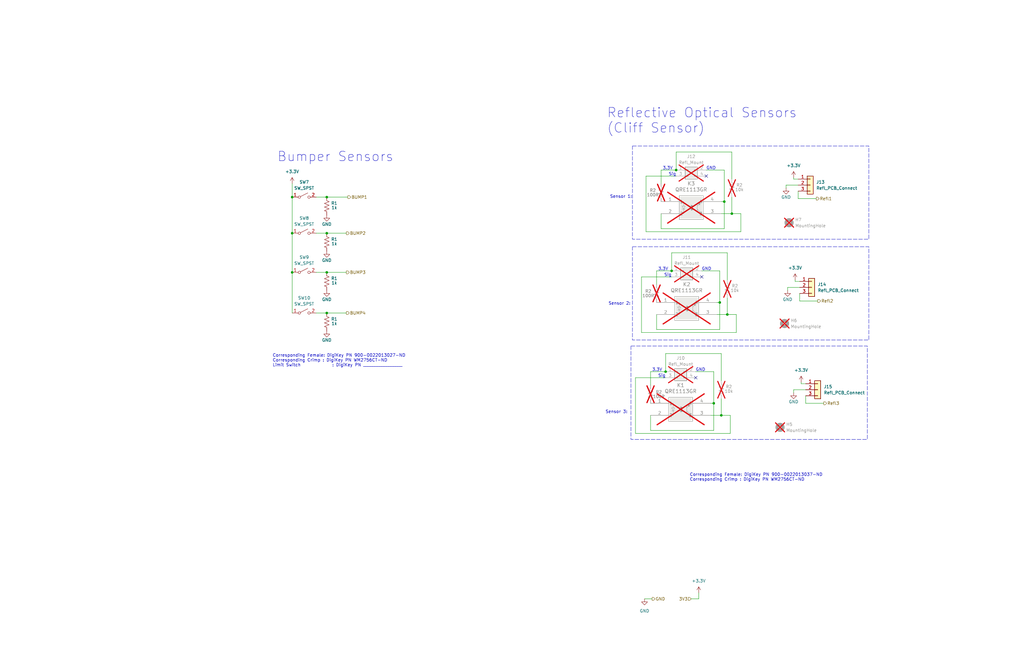
<source format=kicad_sch>
(kicad_sch (version 20230121) (generator eeschema)
  (paper "B")
  (title_block (title "MCU Controller") (rev "0.2") (company "satomm@stanford.edu") (comment 1 "Department of Civil and Environmental Engineering") (comment 2 "Engineering Informatics Group") (comment 3 "Stanford University") (comment 4 "Matthew Sato"))
  (lib_symbols
    (symbol "Connector_Generic:Conn_01x03" (pin_names (offset 1.016) hide)
      (property "Reference" "J" (at 0 5.08 0))
      (property "Value" "Conn_01x03" (at 0 -5.08 0))
      (symbol "Conn_01x03_1_1"
        (rectangle (start -1.27 -2.413) (end 0 -2.667) (stroke (width 0.1524)))
        (rectangle (start -1.27 0.127) (end 0 -0.127) (stroke (width 0.1524)))
        (rectangle (start -1.27 2.667) (end 0 2.413) (stroke (width 0.1524)))
        (rectangle (start -1.27 3.81) (end 1.27 -3.81) (stroke (width 0.254)) (fill (type background)))
        (pin passive line (at -5.08 2.54 0) (length 3.81) (name "Pin_1") (number "1"))
        (pin passive line (at -5.08 0 0) (length 3.81) (name "Pin_2") (number "2"))
        (pin passive line (at -5.08 -2.54 0) (length 3.81) (name "Pin_3") (number "3"))
      )
    )
    (symbol "Connector_Generic:Conn_02x02_Odd_Even" (pin_names (offset 1.016) hide)
      (property "Reference" "J" (at 1.27 2.54 0))
      (property "Value" "Conn_02x02_Odd_Even" (at 1.27 -5.08 0))
      (symbol "Conn_02x02_Odd_Even_1_1"
        (rectangle (start -1.27 -2.413) (end 0 -2.667) (stroke (width 0.1524)))
        (rectangle (start -1.27 0.127) (end 0 -0.127) (stroke (width 0.1524)))
        (rectangle (start -1.27 1.27) (end 3.81 -3.81) (stroke (width 0.254)) (fill (type background)))
        (rectangle (start 3.81 -2.413) (end 2.54 -2.667) (stroke (width 0.1524)))
        (rectangle (start 3.81 0.127) (end 2.54 -0.127) (stroke (width 0.1524)))
        (pin passive line (at -5.08 0 0) (length 3.81) (name "Pin_1") (number "1"))
        (pin passive line (at 7.62 0 180) (length 3.81) (name "Pin_2") (number "2"))
        (pin passive line (at -5.08 -2.54 0) (length 3.81) (name "Pin_3") (number "3"))
        (pin passive line (at 7.62 -2.54 180) (length 3.81) (name "Pin_4") (number "4"))
      )
    )
    (symbol "Device:R_US" (pin_numbers hide) (pin_names (offset 0))
      (property "Reference" "R" (at 2.54 0 90))
      (property "Value" "R_US" (at -2.54 0 90))
      (symbol "R_US_0_1"
        (polyline (pts (xy 0 -2.286) (xy 0 -2.54)))
        (polyline (pts (xy 0 2.286) (xy 0 2.54)))
        (polyline (pts (xy 0 -0.762) (xy 1.016 -1.143) (xy 0 -1.524) (xy -1.016 -1.905) (xy 0 -2.286)))
        (polyline (pts (xy 0 0.762) (xy 1.016 0.381) (xy 0 0) (xy -1.016 -0.381) (xy 0 -0.762)))
        (polyline (pts (xy 0 2.286) (xy 1.016 1.905) (xy 0 1.524) (xy -1.016 1.143) (xy 0 0.762)))
      )
      (symbol "R_US_1_1"
        (pin passive line (at 0 3.81 270) (length 1.27) (name "~") (number "1"))
        (pin passive line (at 0 -3.81 90) (length 1.27) (name "~") (number "2"))
      )
    )
    (symbol "Mechanical:MountingHole" (pin_names (offset 1.016))
      (property "Reference" "H" (at 0 5.08 0))
      (property "Value" "MountingHole" (at 0 3.175 0))
      (symbol "MountingHole_0_1"
        (circle (center 0 0) (radius 1.27) (stroke (width 1.27)))
      )
    )
    (symbol "RobotLibary:QRE1113GR" (pin_names (offset 0.254))
      (property "Reference" "K" (at 12.7 12.7 0))
      (property "Value" "QRE1113GR" (at 15.24 12.7 0))
      (symbol "QRE1113GR_0_1"
        (polyline (pts (xy 7.62 -5.08) (xy 9.525 -5.08)) (stroke (width 0.127)))
        (polyline (pts (xy 7.62 0) (xy 9.525 0)) (stroke (width 0.127)))
        (polyline (pts (xy 8.89 -1.905) (xy 9.525 -3.175)) (stroke (width 0.127)))
        (polyline (pts (xy 9.525 -3.175) (xy 9.525 -5.08)) (stroke (width 0.127)))
        (polyline (pts (xy 9.525 -3.175) (xy 10.16 -1.905)) (stroke (width 0.127)))
        (polyline (pts (xy 9.525 -1.905) (xy 9.525 0)) (stroke (width 0.127)))
        (polyline (pts (xy 10.16 -3.175) (xy 8.89 -3.175)) (stroke (width 0.127)))
        (polyline (pts (xy 10.16 -1.905) (xy 8.89 -1.905)) (stroke (width 0.127)))
        (polyline (pts (xy 11.43 -3.175) (xy 12.7 -3.175)) (stroke (width 0.127)))
        (polyline (pts (xy 11.43 -1.905) (xy 12.7 -1.905)) (stroke (width 0.127)))
        (polyline (pts (xy 15.24 -1.905) (xy 16.1925 -0.9525)) (stroke (width 0.127)))
        (polyline (pts (xy 15.24 -0.635) (xy 15.24 -4.445)) (stroke (width 0.127)))
        (polyline (pts (xy 16.51 -5.08) (xy 17.78 -5.08)) (stroke (width 0.127)))
        (polyline (pts (xy 16.51 -4.445) (xy 15.24 -3.175)) (stroke (width 0.127)))
        (polyline (pts (xy 16.51 -4.445) (xy 16.51 -5.08)) (stroke (width 0.127)))
        (polyline (pts (xy 16.51 0) (xy 16.51 -0.635)) (stroke (width 0.127)))
        (polyline (pts (xy 16.51 0) (xy 17.78 0)) (stroke (width 0.127)))
        (polyline (pts (xy 13.97 -3.175) (xy 12.7 -3.683) (xy 12.7 -2.667)) (fill (type outline)))
        (polyline (pts (xy 13.97 -1.905) (xy 12.7 -2.413) (xy 12.7 -1.397)) (fill (type outline)))
        (polyline (pts (xy 16.51 -0.635) (xy 15.748 -0.889) (xy 16.256 -1.397) (xy 16.51 -0.635)) (fill (type outline)))
      )
      (symbol "QRE1113GR_1_1"
        (rectangle (start 7.62 2.54) (end 17.78 -7.62) (fill (type background)))
        (pin passive line (at 0 0 0) (length 7.62) (name "1") (number "1"))
        (pin passive line (at 0 -5.08 0) (length 7.62) (name "2") (number "2"))
        (pin passive line (at 25.4 -5.08 180) (length 7.62) (name "3") (number "3"))
        (pin passive line (at 25.4 0 180) (length 7.62) (name "4") (number "4"))
      )
    )
    (symbol "Switch:SW_SPST" (pin_names (offset 0) hide)
      (property "Reference" "SW" (at 0 3.175 0))
      (property "Value" "SW_SPST" (at 0 -2.54 0))
      (symbol "SW_SPST_0_0"
        (circle (center -2.032 0) (radius 0.508))
        (polyline (pts (xy -1.524 0.254) (xy 1.524 1.778)))
        (circle (center 2.032 0) (radius 0.508))
      )
      (symbol "SW_SPST_1_1"
        (pin passive line (at -5.08 0 0) (length 2.54) (name "A") (number "1"))
        (pin passive line (at 5.08 0 180) (length 2.54) (name "B") (number "2"))
      )
    )
    (symbol "power:+3.3V" (power) (pin_names (offset 0))
      (property "Value" "+3.3V" (at 0 3.556 0))
      (symbol "+3.3V_0_1"
        (polyline (pts (xy -0.762 1.27) (xy 0 2.54)))
        (polyline (pts (xy 0 0) (xy 0 2.54)))
        (polyline (pts (xy 0 2.54) (xy 0.762 1.27)))
      )
      (symbol "+3.3V_1_1"
        (pin power_in line (at 0 0 90) (length 0) hide (name "+3.3V") (number "1"))
      )
    )
    (symbol "power:GND" (power) (pin_names (offset 0))
      (property "Value" "GND" (at 0 -3.81 0))
      (symbol "GND_0_1"
        (polyline (pts (xy 0 0) (xy 0 -1.27) (xy 1.27 -1.27) (xy 0 -2.54) (xy -1.27 -1.27) (xy 0 -1.27)))
      )
      (symbol "GND_1_1"
        (pin power_in line (at 0 0 270) (length 0) hide (name "GND") (number "1"))
      )
    )
  )
  (junction (at 304.165 175.26))
  (junction (at 123.19 114.935))
  (junction (at 123.19 98.425))
  (junction (at 137.795 98.425))
  (junction (at 123.19 83.185))
  (junction (at 137.795 114.935))
  (junction (at 283.21 114.3))
  (junction (at 306.705 132.715))
  (junction (at 300.99 170.18))
  (junction (at 305.435 85.09))
  (junction (at 280.67 156.845))
  (junction (at 285.115 71.755))
  (junction (at 137.795 83.185))
  (junction (at 303.53 127.635))
  (junction (at 137.795 132.08))
  (junction (at 308.61 90.17))
  (no_connect (at 297.815 74.295))
  (no_connect (at 295.91 116.84))
  (no_connect (at 293.37 159.385))
  (wire (pts (xy 303.53 114.3) (xy 303.53 127.635)))
  (wire (pts (xy 300.99 156.845) (xy 300.99 170.18)))
  (wire (pts (xy 305.435 85.09) (xy 305.435 96.52)))
  (wire (pts (xy 276.86 114.3) (xy 283.21 114.3)))
  (wire (pts (xy 274.32 156.845) (xy 280.67 156.845)))
  (wire (pts (xy 306.705 132.715) (xy 302.26 132.715)))
  (wire (pts (xy 339.725 167.005) (xy 339.725 170.18)))
  (wire (pts (xy 133.35 98.425) (xy 137.795 98.425)))
  (wire (pts (xy 307.975 182.88) (xy 267.97 182.88)))
  (wire (pts (xy 133.35 132.08) (xy 137.795 132.08)))
  (wire (pts (xy 336.55 80.645) (xy 336.55 83.82)))
  (wire (pts (xy 133.35 83.185) (xy 137.795 83.185)))
  (wire (pts (xy 123.19 83.185) (xy 123.19 98.425)))
  (wire (pts (xy 274.32 162.56) (xy 274.32 156.845)))
  (wire (pts (xy 280.67 149.225) (xy 280.67 156.845)))
  (wire (pts (xy 337.82 161.29) (xy 337.82 161.925)))
  (wire (pts (xy 304.165 149.225) (xy 280.67 149.225)))
  (wire (pts (xy 304.165 168.275) (xy 304.165 175.26)))
  (wire (pts (xy 306.705 132.715) (xy 310.515 132.715)))
  (wire (pts (xy 308.61 90.17) (xy 312.42 90.17)))
  (wire (pts (xy 272.415 74.295) (xy 285.115 74.295)))
  (wire (pts (xy 305.435 85.09) (xy 304.165 85.09)))
  (wire (pts (xy 276.86 139.065) (xy 303.53 139.065)))
  (wire (pts (xy 267.97 159.385) (xy 280.67 159.385)))
  (wire (pts (xy 123.19 98.425) (xy 123.19 114.935)))
  (wire (pts (xy 267.97 182.88) (xy 267.97 159.385)))
  (wire (pts (xy 312.42 90.17) (xy 312.42 97.79)))
  (wire (pts (xy 295.91 114.3) (xy 303.53 114.3)))
  (wire (pts (xy 308.61 75.565) (xy 308.61 64.135)))
  (wire (pts (xy 312.42 97.79) (xy 272.415 97.79)))
  (wire (pts (xy 123.19 114.935) (xy 123.19 132.08)))
  (wire (pts (xy 137.795 114.935) (xy 146.05 114.935)))
  (wire (pts (xy 293.37 156.845) (xy 300.99 156.845)))
  (wire (pts (xy 305.435 71.755) (xy 305.435 85.09)))
  (wire (pts (xy 283.21 106.68) (xy 283.21 114.3)))
  (wire (pts (xy 278.765 71.755) (xy 285.115 71.755)))
  (wire (pts (xy 270.51 140.335) (xy 270.51 116.84)))
  (wire (pts (xy 331.47 79.375) (xy 331.47 78.105)))
  (wire (pts (xy 123.19 77.47) (xy 123.19 83.185)))
  (wire (pts (xy 278.765 90.17) (xy 278.765 96.52)))
  (wire (pts (xy 271.78 252.73) (xy 274.955 252.73)))
  (wire (pts (xy 278.765 96.52) (xy 305.435 96.52)))
  (wire (pts (xy 336.55 83.82) (xy 344.17 83.82)))
  (wire (pts (xy 304.165 175.26) (xy 307.975 175.26)))
  (wire (pts (xy 294.64 252.73) (xy 291.465 252.73)))
  (wire (pts (xy 334.645 75.565) (xy 336.55 75.565)))
  (wire (pts (xy 335.28 118.745) (xy 337.185 118.745)))
  (wire (pts (xy 308.61 83.185) (xy 308.61 90.17)))
  (wire (pts (xy 294.64 250.19) (xy 294.64 252.73)))
  (wire (pts (xy 300.99 170.18) (xy 299.72 170.18)))
  (wire (pts (xy 300.99 170.18) (xy 300.99 181.61)))
  (wire (pts (xy 274.32 181.61) (xy 300.99 181.61)))
  (wire (pts (xy 285.115 64.135) (xy 285.115 71.755)))
  (wire (pts (xy 310.515 140.335) (xy 270.51 140.335)))
  (wire (pts (xy 310.515 132.715) (xy 310.515 140.335)))
  (wire (pts (xy 137.795 83.185) (xy 146.685 83.185)))
  (wire (pts (xy 334.645 164.465) (xy 339.725 164.465)))
  (wire (pts (xy 304.165 175.26) (xy 299.72 175.26)))
  (wire (pts (xy 306.705 106.68) (xy 283.21 106.68)))
  (wire (pts (xy 334.645 165.735) (xy 334.645 164.465)))
  (wire (pts (xy 337.185 127) (xy 344.805 127)))
  (wire (pts (xy 307.975 175.26) (xy 307.975 182.88)))
  (wire (pts (xy 306.705 118.11) (xy 306.705 106.68)))
  (wire (pts (xy 332.105 122.555) (xy 332.105 121.285)))
  (wire (pts (xy 278.765 77.47) (xy 278.765 71.755)))
  (wire (pts (xy 334.645 74.93) (xy 334.645 75.565)))
  (wire (pts (xy 137.795 98.425) (xy 146.05 98.425)))
  (wire (pts (xy 339.725 170.18) (xy 347.345 170.18)))
  (wire (pts (xy 331.47 78.105) (xy 336.55 78.105)))
  (wire (pts (xy 270.51 116.84) (xy 283.21 116.84)))
  (wire (pts (xy 304.165 160.655) (xy 304.165 149.225)))
  (wire (pts (xy 272.415 97.79) (xy 272.415 74.295)))
  (wire (pts (xy 137.795 132.08) (xy 146.05 132.08)))
  (wire (pts (xy 274.32 175.26) (xy 274.32 181.61)))
  (wire (pts (xy 306.705 125.73) (xy 306.705 132.715)))
  (wire (pts (xy 297.815 71.755) (xy 305.435 71.755)))
  (wire (pts (xy 308.61 90.17) (xy 304.165 90.17)))
  (wire (pts (xy 337.82 161.925) (xy 339.725 161.925)))
  (wire (pts (xy 308.61 64.135) (xy 285.115 64.135)))
  (wire (pts (xy 335.28 118.11) (xy 335.28 118.745)))
  (wire (pts (xy 303.53 127.635) (xy 303.53 139.065)))
  (wire (pts (xy 303.53 127.635) (xy 302.26 127.635)))
  (wire (pts (xy 276.86 120.015) (xy 276.86 114.3)))
  (wire (pts (xy 332.105 121.285) (xy 337.185 121.285)))
  (wire (pts (xy 337.185 123.825) (xy 337.185 127)))
  (wire (pts (xy 133.35 114.935) (xy 137.795 114.935)))
  (wire (pts (xy 276.86 132.715) (xy 276.86 139.065)))
  (rectangle (start 266.7 104.14) (end 366.395 143.51) (stroke (width 0) (type dash)))
  (rectangle (start 266.7 61.595) (end 366.395 100.965) (stroke (width 0) (type dash)))
  (rectangle (start 266.065 146.05) (end 365.76 185.42) (stroke (width 0) (type dash)))
  (text "GND" (at 295.91 114.3 0) (effects (font (size 1.27 1.27)) (justify left bottom)))
  (text "Bumper Sensors" (at 116.84 68.58 0) (effects (font (size 4 4)) (justify left bottom)))
  (text "3.3V" (at 274.955 156.845 0) (effects (font (size 1.27 1.27)) (justify left bottom)))
  (text "GND" (at 293.37 156.845 0) (effects (font (size 1.27 1.27)) (justify left bottom)))
  (text "Sensor 1:" (at 257.175 83.82 0) (effects (font (size 1.27 1.27)) (justify left bottom)))
  (text "Sensor 2:" (at 256.54 128.905 0) (effects (font (size 1.27 1.27)) (justify left bottom)))
  (text "Corresponding Female: DigiKey PN 900-0022013037-ND\nCorresponding Crimp : DigiKey PN WM2756CT-ND\n" (at 290.83 203.2 0) (effects (font (size 1.27 1.27)) (justify left bottom)))
  (text "Corresponding Female: DigiKey PN 900-0022013027-ND\nCorresponding Crimp : DigiKey PN WM2756CT-ND\nLimit Switch		: DigiKey PN _________________" (at 114.935 154.94 0) (effects (font (size 1.27 1.27)) (justify left bottom)))
  (text "Sig" (at 277.495 159.385 0) (effects (font (size 1.27 1.27)) (justify left bottom)))
  (text "Sensor 3:" (at 255.27 174.625 0) (effects (font (size 1.27 1.27)) (justify left bottom)))
  (text "Sig" (at 280.035 116.84 0) (effects (font (size 1.27 1.27)) (justify left bottom)))
  (text "Reflective Optical Sensors\n(Cliff Sensor)" (at 255.905 56.515 0) (effects (font (size 4 4)) (justify left bottom)))
  (text "3.3V" (at 277.495 114.3 0) (effects (font (size 1.27 1.27)) (justify left bottom)))
  (text "3.3V" (at 279.4 71.755 0) (effects (font (size 1.27 1.27)) (justify left bottom)))
  (text "Sig" (at 281.94 74.295 0) (effects (font (size 1.27 1.27)) (justify left bottom)))
  (text "GND" (at 297.815 71.755 0) (effects (font (size 1.27 1.27)) (justify left bottom)))
  (hierarchical_label "3V3" (shape input) (at 291.465 252.73 180))
  (hierarchical_label "GND" (shape output) (at 274.955 252.73 0))
  (hierarchical_label "BUMP1" (shape output) (at 146.685 83.185 0))
  (hierarchical_label "BUMP2" (shape output) (at 146.05 98.425 0))
  (hierarchical_label "BUMP4" (shape output) (at 146.05 132.08 0))
  (hierarchical_label "Refl3" (shape output) (at 347.345 170.18 0))
  (hierarchical_label "Refl2" (shape output) (at 344.805 127 0))
  (hierarchical_label "BUMP3" (shape output) (at 146.05 114.935 0))
  (hierarchical_label "Refl1" (shape output) (at 344.17 83.82 0))
  (symbol (lib_id "power:GND") (at 137.795 106.045 0) (unit 1)
    (property "Reference" "#PWR0135" (effects hide))
    (property "Value" "GND" (at 137.795 109.855 0))
  )
  (symbol (lib_id "Connector_Generic:Conn_02x02_Odd_Even") (at 285.75 156.845 0) (unit 1) (in_bom no) (on_board no) (dnp yes)
    (property "Reference" "J10" (at 287.02 151.13 0))
    (property "Value" "Refl_Mount" (at 287.02 153.67 0))
    (property "Footprint" "Connector_PinHeader_2.54mm:PinHeader_2x02_P2.54mm_Vertical" (effects hide))
    (property "Datasheet" "https://app.adam-tech.com/products/download/data_sheet/202065/ph2-xx-ua-data-sheet.pdf" (effects hide))
    (property "Description" "CONN HEADER VERT 4POS 2.54MM" (effects hide))
  )
  (symbol (lib_id "Device:R_US") (at 306.705 121.92 180) (unit 1) (in_bom no) (on_board no) (dnp yes)
    (property "Reference" "R2" (at 309.88 120.65 0))
    (property "Value" "10k" (at 309.88 122.555 0))
    (property "Footprint" "Resistor_SMD:R_0805_2012Metric_Pad1.20x1.40mm_HandSolder" (effects hide))
    (property "Datasheet" "https://www.seielect.com/catalog/sei-rmcf_rmcp.pdf" (effects hide))
    (property "Description" "RES 10K OHM 1% 1/8W 0805" (effects hide))
    (property "Mfr" "Stackpole Electronics Inc" (effects hide))
    (property "Mfr P/N" "RMCF0805FT10K0" (effects hide))
    (property "Supplier 1" "DigiKey" (effects hide))
    (property "Supplier 1 P/N" "RMCF0805FT10K0CT-ND" (effects hide))
    (instances (project "MainBoard" (path "" (reference "R2") (unit 1)) (path "" (reference "R45") (unit 1))))
  )
  (symbol (lib_id "power:GND") (at 137.795 122.555 0) (unit 1)
    (property "Reference" "#PWR0136" (effects hide))
    (property "Value" "GND" (at 137.795 126.365 0))
  )
  (symbol (lib_id "Switch:SW_SPST") (at 128.27 114.935 0) (unit 1)
    (property "Reference" "SW9" (at 128.27 108.585 0))
    (property "Value" "SW_SPST" (at 128.27 111.125 0))
    (property "Footprint" "RobotLibrary:CONN_22232021_MOL" (effects hide))
    (property "Datasheet" "https://www.molex.com/webdocs/datasheets/pdf/en-us//0022232021_PCB_HEADERS.pdf" (effects hide))
    (property "Description" "CONN HEADER VERT 2POS 2.54MM" (effects hide))
    (property "Mfr" "Molex" (effects hide))
    (property "Mfr P/N" "0022232021" (effects hide))
    (property "Supplier 1" "DigiKey" (effects hide))
    (property "Supplier 1 P/N" "900-0022232021-ND" (effects hide))
  )
  (symbol (lib_id "Connector_Generic:Conn_02x02_Odd_Even") (at 290.195 71.755 0) (unit 1) (in_bom no) (on_board no) (dnp yes)
    (property "Reference" "J12" (at 291.465 66.04 0))
    (property "Value" "Refl_Mount" (at 291.465 68.58 0))
    (property "Footprint" "Connector_PinHeader_2.54mm:PinHeader_2x02_P2.54mm_Vertical" (effects hide))
    (property "Datasheet" "https://app.adam-tech.com/products/download/data_sheet/202065/ph2-xx-ua-data-sheet.pdf" (effects hide))
    (property "Description" "CONN HEADER VERT 4POS 2.54MM" (effects hide))
  )
  (symbol (lib_id "power:+3.3V") (at 334.645 74.93 0) (unit 1)
    (property "Reference" "#PWR0142" (effects hide))
    (property "Value" "+3.3V" (at 334.645 69.85 0))
  )
  (symbol (lib_id "Switch:SW_SPST") (at 128.27 83.185 0) (unit 1)
    (property "Reference" "SW7" (at 128.27 76.835 0))
    (property "Value" "SW_SPST" (at 128.27 79.375 0))
    (property "Footprint" "RobotLibrary:CONN_22232021_MOL" (effects hide))
    (property "Datasheet" "https://www.molex.com/webdocs/datasheets/pdf/en-us//0022232021_PCB_HEADERS.pdf" (effects hide))
    (property "Description" "CONN HEADER VERT 2POS 2.54MM" (effects hide))
    (property "Mfr" "Molex" (effects hide))
    (property "Mfr P/N" "0022232021" (effects hide))
    (property "Supplier 1" "DigiKey" (effects hide))
    (property "Supplier 1 P/N" "900-0022232021-ND" (effects hide))
  )
  (symbol (lib_id "Device:R_US") (at 137.795 86.995 0) (unit 1)
    (property "Reference" "R1" (at 140.97 85.725 0))
    (property "Value" "1k" (at 140.97 87.63 0))
    (property "Footprint" "Resistor_SMD:R_0805_2012Metric_Pad1.20x1.40mm_HandSolder" (effects hide))
    (property "Datasheet" "https://www.seielect.com/catalog/sei-rmcf_rmcp.pdf" (effects hide))
    (property "Description" "RES 1K OHM 1% 1/8W 0805" (effects hide))
    (property "Mfr" "Stackpole Electronics Inc" (effects hide))
    (property "Mfr P/N" "RMCF0805FT1K00" (effects hide))
    (property "Supplier 1" "DigiKey" (effects hide))
    (property "Supplier 1 P/N" "RMCF0805FT1K00CT-ND" (effects hide))
    (instances (project "MainBoard" (path "" (reference "R1") (unit 1)) (path "" (reference "R37") (unit 1))))
  )
  (symbol (lib_id "Device:R_US") (at 278.765 81.28 180) (unit 1) (in_bom no) (on_board no) (dnp yes)
    (property "Reference" "R2" (at 275.2725 80.3275 0))
    (property "Value" "100R" (at 275.2725 82.2325 0))
    (property "Footprint" "Resistor_SMD:R_0805_2012Metric_Pad1.20x1.40mm_HandSolder" (effects hide))
    (property "Datasheet" "https://www.seielect.com/catalog/sei-rmcf_rmcp.pdf" (effects hide))
    (property "Description" "RES 100 OHM 1% 1/8W 0805" (effects hide))
    (property "Mfr" "Stackpole Electronics Inc" (effects hide))
    (property "Mfr P/N" "RMCF0805FT100R" (effects hide))
    (property "Supplier 1" "DigiKey" (effects hide))
    (property "Supplier 1 P/N" "RMCF0805FT100RCT-ND" (effects hide))
    (instances (project "MainBoard" (path "" (reference "R2") (unit 1)) (path "" (reference "R43") (unit 1))))
  )
  (symbol (lib_id "Device:R_US") (at 274.32 166.37 0) (mirror x) (unit 1) (in_bom no) (on_board no) (dnp yes)
    (property "Reference" "R2" (at 277.8125 165.4175 0))
    (property "Value" "100R" (at 277.8125 167.3225 0))
    (property "Footprint" "Resistor_SMD:R_0805_2012Metric_Pad1.20x1.40mm_HandSolder" (effects hide))
    (property "Datasheet" "https://www.seielect.com/catalog/sei-rmcf_rmcp.pdf" (effects hide))
    (property "Description" "RES 100 OHM 1% 1/8W 0805" (effects hide))
    (property "Mfr" "Stackpole Electronics Inc" (effects hide))
    (property "Mfr P/N" "RMCF0805FT100R" (effects hide))
    (property "Supplier 1" "DigiKey" (effects hide))
    (property "Supplier 1 P/N" "RMCF0805FT100RCT-ND" (effects hide))
    (instances (project "MainBoard" (path "" (reference "R2") (unit 1)) (path "" (reference "R41") (unit 1))))
  )
  (symbol (lib_id "RobotLibary:QRE1113GR") (at 278.765 85.09 0) (unit 1) (in_bom no) (on_board no) (dnp yes)
    (property "Reference" "K3" (at 291.465 77.47 0) (effects (font (size 1.524 1.524))))
    (property "Value" "QRE1113GR" (at 291.465 80.01 0) (effects (font (size 1.524 1.524))))
    (property "Footprint" "RobotLibrary:ARUSM-313_100CY_FAS-M" (effects hide))
    (property "Datasheet" "QRE1113GR" (effects hide))
    (property "Description" "SENSOR OPTO TRANS REFL SMD PHOTO" (effects hide))
    (property "Mfr" "onsemi" (effects hide))
    (property "Mfr P/N" "QRE1113GR" (effects hide))
    (property "Supplier 1" "DigiKey" (effects hide))
    (property "Supplier 1 P/N" "QRE1113GRCT-ND" (effects hide))
  )
  (symbol (lib_id "Switch:SW_SPST") (at 128.27 98.425 0) (unit 1)
    (property "Reference" "SW8" (at 128.27 92.075 0))
    (property "Value" "SW_SPST" (at 128.27 94.615 0))
    (property "Footprint" "RobotLibrary:CONN_22232021_MOL" (effects hide))
    (property "Datasheet" "https://www.molex.com/webdocs/datasheets/pdf/en-us//0022232021_PCB_HEADERS.pdf" (effects hide))
    (property "Description" "CONN HEADER VERT 2POS 2.54MM" (effects hide))
    (property "Mfr" "Molex" (effects hide))
    (property "Mfr P/N" "0022232021" (effects hide))
    (property "Supplier 1" "DigiKey" (effects hide))
    (property "Supplier 1 P/N" "900-0022232021-ND" (effects hide))
  )
  (symbol (lib_id "power:+3.3V") (at 337.82 161.29 0) (unit 1)
    (property "Reference" "#PWR0145" (effects hide))
    (property "Value" "+3.3V" (at 337.82 156.21 0))
  )
  (symbol (lib_id "Device:R_US") (at 137.795 118.745 0) (unit 1)
    (property "Reference" "R1" (at 140.97 117.475 0))
    (property "Value" "1k" (at 140.97 119.38 0))
    (property "Footprint" "Resistor_SMD:R_0805_2012Metric_Pad1.20x1.40mm_HandSolder" (effects hide))
    (property "Datasheet" "https://www.seielect.com/catalog/sei-rmcf_rmcp.pdf" (effects hide))
    (property "Description" "RES 1K OHM 1% 1/8W 0805" (effects hide))
    (property "Mfr" "Stackpole Electronics Inc" (effects hide))
    (property "Mfr P/N" "RMCF0805FT1K00" (effects hide))
    (property "Supplier 1" "DigiKey" (effects hide))
    (property "Supplier 1 P/N" "RMCF0805FT1K00CT-ND" (effects hide))
    (instances (project "MainBoard" (path "" (reference "R1") (unit 1)) (path "" (reference "R39") (unit 1))))
  )
  (symbol (lib_id "power:GND") (at 332.105 122.555 0) (unit 1)
    (property "Reference" "#PWR0141" (effects hide))
    (property "Value" "GND" (at 332.105 126.365 0))
  )
  (symbol (lib_id "Mechanical:MountingHole") (at 328.93 180.34 0) (unit 1) (in_bom no) (on_board no) (dnp yes)
    (property "Reference" "H5" (at 331.47 179.07 0) (effects (justify left)))
    (property "Value" "MountingHole" (at 331.47 181.61 0) (effects (justify left)))
    (property "Footprint" "MountingHole:MountingHole_2.2mm_M2" (effects hide))
  )
  (symbol (lib_id "Device:R_US") (at 304.165 164.465 180) (unit 1) (in_bom no) (on_board no) (dnp yes)
    (property "Reference" "R2" (at 307.34 163.195 0))
    (property "Value" "10k" (at 307.34 165.1 0))
    (property "Footprint" "Resistor_SMD:R_0805_2012Metric_Pad1.20x1.40mm_HandSolder" (effects hide))
    (property "Datasheet" "https://www.seielect.com/catalog/sei-rmcf_rmcp.pdf" (effects hide))
    (property "Description" "RES 10K OHM 1% 1/8W 0805" (effects hide))
    (property "Mfr" "Stackpole Electronics Inc" (effects hide))
    (property "Mfr P/N" "RMCF0805FT10K0" (effects hide))
    (property "Supplier 1" "DigiKey" (effects hide))
    (property "Supplier 1 P/N" "RMCF0805FT10K0CT-ND" (effects hide))
    (instances (project "MainBoard" (path "" (reference "R2") (unit 1)) (path "" (reference "R44") (unit 1))))
  )
  (symbol (lib_id "Mechanical:MountingHole") (at 332.74 93.98 0) (unit 1) (in_bom no) (on_board no) (dnp yes)
    (property "Reference" "H7" (at 335.28 92.71 0) (effects (justify left)))
    (property "Value" "MountingHole" (at 335.28 95.25 0) (effects (justify left)))
    (property "Footprint" "MountingHole:MountingHole_2.2mm_M2" (effects hide))
  )
  (symbol (lib_id "power:+3.3V") (at 335.28 118.11 0) (unit 1)
    (property "Reference" "#PWR0144" (effects hide))
    (property "Value" "+3.3V" (at 335.28 113.03 0))
  )
  (symbol (lib_id "Connector_Generic:Conn_01x03") (at 341.63 78.105 0) (unit 1)
    (property "Reference" "J13" (at 344.17 76.835 0) (effects (justify left)))
    (property "Value" "Refl_PCB_Connect" (at 344.17 79.375 0) (effects (justify left)))
    (property "Footprint" "RobotLibrary:CONN3_22232031_MOL" (effects hide))
    (property "Datasheet" "https://www.molex.com/pdm_docs/sd/022232031_sd.pdf" (effects hide))
    (property "Description" "CONN HEADER VERT 3POS 2.54MM" (effects hide))
    (property "Mfr" "Molex" (effects hide))
    (property "Mfr P/N" "0022232031" (effects hide))
    (property "Supplier 1" "DigiKey" (effects hide))
    (property "Supplier 1 P/N" "WM4201-ND" (effects hide))
  )
  (symbol (lib_id "Connector_Generic:Conn_02x02_Odd_Even") (at 288.29 114.3 0) (unit 1) (in_bom no) (on_board no) (dnp yes)
    (property "Reference" "J11" (at 289.56 108.585 0))
    (property "Value" "Refl_Mount" (at 289.56 111.125 0))
    (property "Footprint" "Connector_PinHeader_2.54mm:PinHeader_2x02_P2.54mm_Vertical" (effects hide))
    (property "Datasheet" "https://app.adam-tech.com/products/download/data_sheet/202065/ph2-xx-ua-data-sheet.pdf" (effects hide))
    (property "Description" "CONN HEADER VERT 4POS 2.54MM" (effects hide))
  )
  (symbol (lib_id "power:GND") (at 271.78 252.73 0) (unit 1)
    (property "Reference" "#PWR0138" (effects hide))
    (property "Value" "GND" (at 271.78 257.81 0))
  )
  (symbol (lib_id "RobotLibary:QRE1113GR") (at 274.32 170.18 0) (unit 1) (in_bom no) (on_board no) (dnp yes)
    (property "Reference" "K1" (at 287.02 162.56 0) (effects (font (size 1.524 1.524))))
    (property "Value" "QRE1113GR" (at 287.02 165.1 0) (effects (font (size 1.524 1.524))))
    (property "Footprint" "RobotLibrary:ARUSM-313_100CY_FAS-M" (effects hide))
    (property "Datasheet" "QRE1113GR" (effects hide))
    (property "Description" "SENSOR OPTO TRANS REFL SMD PHOTO" (effects hide))
    (property "Mfr" "onsemi" (effects hide))
    (property "Mfr P/N" "QRE1113GR" (effects hide))
    (property "Supplier 1" "DigiKey" (effects hide))
    (property "Supplier 1 P/N" "QRE1113GRCT-ND" (effects hide))
  )
  (symbol (lib_id "Mechanical:MountingHole") (at 330.835 136.525 0) (unit 1) (in_bom no) (on_board no) (dnp yes)
    (property "Reference" "H6" (at 333.375 135.255 0) (effects (justify left)))
    (property "Value" "MountingHole" (at 333.375 137.795 0) (effects (justify left)))
    (property "Footprint" "MountingHole:MountingHole_2.2mm_M2" (effects hide))
  )
  (symbol (lib_id "Connector_Generic:Conn_01x03") (at 344.805 164.465 0) (unit 1)
    (property "Reference" "J15" (at 347.345 163.195 0) (effects (justify left)))
    (property "Value" "Refl_PCB_Connect" (at 347.345 165.735 0) (effects (justify left)))
    (property "Footprint" "RobotLibrary:CONN3_22232031_MOL" (effects hide))
    (property "Datasheet" "https://www.molex.com/pdm_docs/sd/022232031_sd.pdf" (effects hide))
    (property "Description" "CONN HEADER VERT 3POS 2.54MM" (effects hide))
    (property "Mfr" "Molex" (effects hide))
    (property "Mfr P/N" "0022232031" (effects hide))
    (property "Supplier 1" "DigiKey" (effects hide))
    (property "Supplier 1 P/N" "WM4201-ND" (effects hide))
  )
  (symbol (lib_id "power:GND") (at 331.47 79.375 0) (unit 1)
    (property "Reference" "#PWR0140" (effects hide))
    (property "Value" "GND" (at 331.47 83.185 0))
  )
  (symbol (lib_id "power:GND") (at 137.795 90.805 0) (unit 1)
    (property "Reference" "#PWR0134" (effects hide))
    (property "Value" "GND" (at 137.795 94.615 0))
  )
  (symbol (lib_id "Switch:SW_SPST") (at 128.27 132.08 0) (unit 1)
    (property "Reference" "SW10" (at 128.27 125.73 0))
    (property "Value" "SW_SPST" (at 128.27 128.27 0))
    (property "Footprint" "RobotLibrary:CONN_22232021_MOL" (effects hide))
    (property "Datasheet" "https://www.molex.com/webdocs/datasheets/pdf/en-us//0022232021_PCB_HEADERS.pdf" (effects hide))
    (property "Description" "CONN HEADER VERT 2POS 2.54MM" (effects hide))
    (property "Mfr" "Molex" (effects hide))
    (property "Mfr P/N" "0022232021" (effects hide))
    (property "Supplier 1" "DigiKey" (effects hide))
    (property "Supplier 1 P/N" "900-0022232021-ND" (effects hide))
  )
  (symbol (lib_id "power:GND") (at 334.645 165.735 0) (unit 1)
    (property "Reference" "#PWR0143" (effects hide))
    (property "Value" "GND" (at 334.645 169.545 0))
  )
  (symbol (lib_id "power:+3.3V") (at 123.19 77.47 0) (unit 1)
    (property "Reference" "#PWR0133" (effects hide))
    (property "Value" "+3.3V" (at 123.19 72.39 0))
  )
  (symbol (lib_id "power:GND") (at 137.795 139.7 0) (unit 1)
    (property "Reference" "#PWR0137" (effects hide))
    (property "Value" "GND" (at 137.795 143.51 0))
  )
  (symbol (lib_id "Device:R_US") (at 137.795 102.235 0) (unit 1)
    (property "Reference" "R1" (at 140.97 100.965 0))
    (property "Value" "1k" (at 140.97 102.87 0))
    (property "Footprint" "Resistor_SMD:R_0805_2012Metric_Pad1.20x1.40mm_HandSolder" (effects hide))
    (property "Datasheet" "https://www.seielect.com/catalog/sei-rmcf_rmcp.pdf" (effects hide))
    (property "Description" "RES 1K OHM 1% 1/8W 0805" (effects hide))
    (property "Mfr" "Stackpole Electronics Inc" (effects hide))
    (property "Mfr P/N" "RMCF0805FT1K00" (effects hide))
    (property "Supplier 1" "DigiKey" (effects hide))
    (property "Supplier 1 P/N" "RMCF0805FT1K00CT-ND" (effects hide))
    (instances (project "MainBoard" (path "" (reference "R1") (unit 1)) (path "" (reference "R38") (unit 1))))
  )
  (symbol (lib_id "Device:R_US") (at 137.795 135.89 0) (unit 1)
    (property "Reference" "R1" (at 140.97 134.62 0))
    (property "Value" "1k" (at 140.97 136.525 0))
    (property "Footprint" "Resistor_SMD:R_0805_2012Metric_Pad1.20x1.40mm_HandSolder" (effects hide))
    (property "Datasheet" "https://www.seielect.com/catalog/sei-rmcf_rmcp.pdf" (effects hide))
    (property "Description" "RES 1K OHM 1% 1/8W 0805" (effects hide))
    (property "Mfr" "Stackpole Electronics Inc" (effects hide))
    (property "Mfr P/N" "RMCF0805FT1K00" (effects hide))
    (property "Supplier 1" "DigiKey" (effects hide))
    (property "Supplier 1 P/N" "RMCF0805FT1K00CT-ND" (effects hide))
    (instances (project "MainBoard" (path "" (reference "R1") (unit 1)) (path "" (reference "R40") (unit 1))))
  )
  (symbol (lib_id "Device:R_US") (at 308.61 79.375 180) (unit 1) (in_bom no) (on_board no) (dnp yes)
    (property "Reference" "R2" (at 311.785 78.105 0))
    (property "Value" "10k" (at 311.785 80.01 0))
    (property "Footprint" "Resistor_SMD:R_0805_2012Metric_Pad1.20x1.40mm_HandSolder" (effects hide))
    (property "Datasheet" "https://www.seielect.com/catalog/sei-rmcf_rmcp.pdf" (effects hide))
    (property "Description" "RES 10K OHM 1% 1/8W 0805" (effects hide))
    (property "Mfr" "Stackpole Electronics Inc" (effects hide))
    (property "Mfr P/N" "RMCF0805FT10K0" (effects hide))
    (property "Supplier 1" "DigiKey" (effects hide))
    (property "Supplier 1 P/N" "RMCF0805FT10K0CT-ND" (effects hide))
    (instances (project "MainBoard" (path "" (reference "R2") (unit 1)) (path "" (reference "R46") (unit 1))))
  )
  (symbol (lib_id "power:+3.3V") (at 294.64 250.19 0) (unit 1)
    (property "Reference" "#PWR0139" (effects hide))
    (property "Value" "+3.3V" (at 294.64 245.11 0))
  )
  (symbol (lib_id "Device:R_US") (at 276.86 123.825 180) (unit 1) (in_bom no) (on_board no) (dnp yes)
    (property "Reference" "R2" (at 273.3675 122.8725 0))
    (property "Value" "100R" (at 273.3675 124.7775 0))
    (property "Footprint" "Resistor_SMD:R_0805_2012Metric_Pad1.20x1.40mm_HandSolder" (effects hide))
    (property "Datasheet" "https://www.seielect.com/catalog/sei-rmcf_rmcp.pdf" (effects hide))
    (property "Description" "RES 100 OHM 1% 1/8W 0805" (effects hide))
    (property "Mfr" "Stackpole Electronics Inc" (effects hide))
    (property "Mfr P/N" "RMCF0805FT100R" (effects hide))
    (property "Supplier 1" "DigiKey" (effects hide))
    (property "Supplier 1 P/N" "RMCF0805FT100RCT-ND" (effects hide))
    (instances (project "MainBoard" (path "" (reference "R2") (unit 1)) (path "" (reference "R42") (unit 1))))
  )
  (symbol (lib_id "Connector_Generic:Conn_01x03") (at 342.265 121.285 0) (unit 1)
    (property "Reference" "J14" (at 344.805 120.015 0) (effects (justify left)))
    (property "Value" "Refl_PCB_Connect" (at 344.805 122.555 0) (effects (justify left)))
    (property "Footprint" "RobotLibrary:CONN3_22232031_MOL" (effects hide))
    (property "Datasheet" "https://www.molex.com/pdm_docs/sd/022232031_sd.pdf" (effects hide))
    (property "Description" "CONN HEADER VERT 3POS 2.54MM" (effects hide))
    (property "Mfr" "Molex" (effects hide))
    (property "Mfr P/N" "0022232031" (effects hide))
    (property "Supplier 1" "DigiKey" (effects hide))
    (property "Supplier 1 P/N" "WM4201-ND" (effects hide))
  )
  (symbol (lib_id "RobotLibary:QRE1113GR") (at 276.86 127.635 0) (unit 1) (in_bom no) (on_board no) (dnp yes)
    (property "Reference" "K2" (at 289.56 120.015 0) (effects (font (size 1.524 1.524))))
    (property "Value" "QRE1113GR" (at 289.56 122.555 0) (effects (font (size 1.524 1.524))))
    (property "Footprint" "RobotLibrary:ARUSM-313_100CY_FAS-M" (effects hide))
    (property "Datasheet" "QRE1113GR" (effects hide))
    (property "Description" "SENSOR OPTO TRANS REFL SMD PHOTO" (effects hide))
    (property "Mfr" "onsemi" (effects hide))
    (property "Mfr P/N" "QRE1113GR" (effects hide))
    (property "Supplier 1" "DigiKey" (effects hide))
    (property "Supplier 1 P/N" "QRE1113GRCT-ND" (effects hide))
  )
)
</source>
